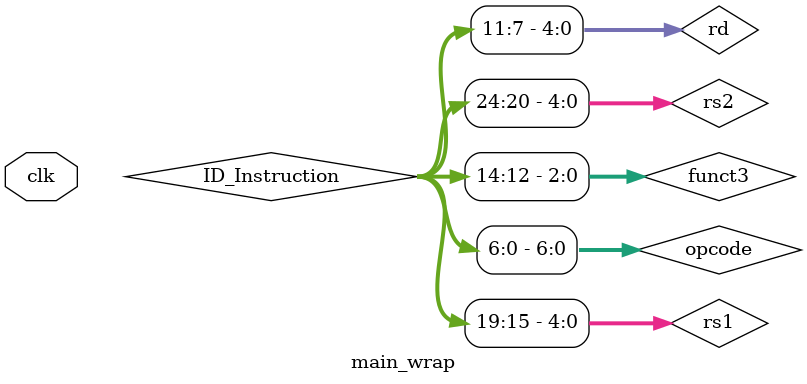
<source format=v>
`include "alu.v"
`include "control-unit.v"
`include "alu-control.v"
`include "data.v"
`include "instruction.v"
`include "register.v"
`include "immgen.v"
`include "ifid-reg.v"
`include "idex-reg.v"
`include "exmem-reg.v"
`include "memwb-reg.v"
`include "hazard-detection-unit.v"
`include "fwding-unit.v"
`include "mux.v"

module main_wrap(input clk);

    //  PC UPDATION  /././././././././././././././././././././././././././././././././././././././././././
    reg [63:0] pc_add;     // current pc value
    wire [63:0] pc_mux_out;
    wire PCWrite;
    wire [63:0] pcplus4;
    assign pcplus4 = pc_add + 64'd4;  
    initial begin
        pc_add <= 64'b0;
    end
    always @(posedge clk) begin
        if(PCWrite == 1'b1) begin
            pc_add <= pc_mux_out;  
        end
    end
    mux_2x1 pc_mux(.sel(PCsrc), .in0(pcplus4), .in1(MEM_PC), .out(pc_mux_out));
    ///////////////////////////////////////////////////////////////////////////////////////////////////////


    //  INSTRUCTION MEMORY  /./././././././././././././././././././././././././././././././././././././././
    wire [31:0] instruct;       // instruction fetched from memory
    wire IF_ID_Write;
    wire [63:0] ID_PC;
    wire [31:0] ID_Instruction;
    wire PCsrc;    
    instruction_module instruction_module_uut(   // fetches instruction from memory based on curr pc value
        .address(pc_add),
        .instruction(instruct)
    );
    IF_ID_Reg IF_ID_Reg_uut(    // IF_ID REGISTER
        .clk(clk),
        .IF_PC(pc_add),
        .IF_Instruction(instruct),
        .IF_ID_Write(IF_ID_Write),
        .ID_PC(ID_PC),
        .ID_Instruction(ID_Instruction),
        .flush(PCsrc)
    );
    ///////////////////////////////////////////////////////////////////////////////////////////////////////



    //  CONTROL UNIT  /././././././././././././././././././././././././././././././././././././././././././
    wire [2:0] funct3;
    wire [1:0] aluop;
    wire ALUsrc, MemtoReg, RegWrite, MemRead, MemWrite, Branch; // control signals
    wire [6:0] opcode;
    assign opcode = ID_Instruction[6:0];
    assign funct3 = ID_Instruction[14:12];
    assign rs1 = ID_Instruction[19:15];
    assign rs2 = ID_Instruction[24:20];
    assign rd = ID_Instruction[11:7];
    ControlUnit ControlUnit_uut(   // decodes opcode and generates control s/gs
        .opcode(opcode),
        .ALUSrc(ALUsrc),
        .MemtoReg(MemtoReg),
        .RegWrite(RegWrite),
        .MemRead(MemRead),
        .MemWrite(MemWrite),
        .Branch(Branch),
        .ALUOp(aluop)
    );
    wire ALUsrc_final, MemtoReg_final, RegWrite_final, MemRead_final, MemWrite_final, Branch_final;
    wire [1:0] aluop_final;
    wire ControlMux;
    assign ALUsrc_final = (ControlMux) ? 1'b0 : ALUsrc;
    assign MemtoReg_final = (ControlMux) ? 1'b0 : MemtoReg;
    assign RegWrite_final = (ControlMux) ? 1'b0 : RegWrite;
    assign MemRead_final = (ControlMux) ? 1'b0 : MemRead;
    assign MemWrite_final = (ControlMux) ? 1'b0 : MemWrite;
    assign Branch_final = (ControlMux) ? 1'b0 : Branch;
    assign aluop_final = (ControlMux) ? 2'b00 : aluop;
    ////////////////////////////////////////////////////////////////////////////////////////////////////////



    //  REGISTER FILE  /././././././././././././././././././././././././././././././././././././././././././
    wire [4:0] rs1, rs2, rd;    // register addresses
    wire [63:0] readdata, read1, read2, write_data, alu_result;
    registerfile registerfile_uut(  // contains registers and handles read and write
        .Read1(rs1),
        .Read2(rs2),
        .WriteReg(WB_Rd),
        .WriteData(final_write_data), 
        .RegWrite(WB_RegWrite), 
        .clk(clk),
        .Data1(read1),
        .Data2(read2)
    );
    /////////////////////////////////////////////////////////////////////////////////////////////////////////



    //  IMMEDIATE GENERATE BLOCK  /./././././././././././././././././././././././././././././././././././././
    wire [63:0] immediate;
    immGenerator immGenerator_uut(  // extracts imm from instruction and generates sign extended immediate value
        .instr(ID_Instruction),
        .immOut(immediate)
    );
    wire [63:0] EX_PC;
    wire [31:0] EX_Instruction;
    wire [63:0] EX_ReadData1, EX_ReadData2;
    wire [63:0] EX_Immediate;
    wire [4:0] EX_Rs1, EX_Rs2, EX_Rd;
    wire EX_ALUSrc;
    wire EX_MemtoReg, EX_RegWrite, EX_MemRead, EX_MemWrite, EX_Branch;
    wire [2:0] EX_func3;
    wire EX_func7;
    wire [1:0] EX_ALUOp;
    ID_EX_Reg ID_EX_Reg_uut(    // ID_EX REGISTER 
        .clk(clk),
        .ID_PC(ID_PC),
        .ID_ReadData1(read1), .ID_ReadData2(read2),
        .ID_Immediate(immediate),
        .ID_Rs1(rs1), .ID_Rs2(rs2), .ID_Rd(rd), 
        .ID_ALUSrc(ALUsrc_final),
        .ID_MemtoReg(MemtoReg_final), .ID_RegWrite(RegWrite_final),
        .ID_MemRead(MemRead_final), .ID_MemWrite(MemWrite_final),
        .ID_Branch(Branch_final), .ID_ALUOp(aluop_final),
        .func3(funct3), .func7(ID_Instruction[30]),
        .EX_PC(EX_PC),
        .EX_ReadData1(EX_ReadData1), .EX_ReadData2(EX_ReadData2),
        .EX_Immediate(EX_Immediate),
        .EX_Rs1(EX_Rs1), .EX_Rs2(EX_Rs2), .EX_Rd(EX_Rd),
        .EX_ALUSrc(EX_ALUSrc), 
        .EX_MemtoReg(EX_MemtoReg), .EX_RegWrite(EX_RegWrite),
        .EX_MemRead(EX_MemRead), .EX_MemWrite(EX_MemWrite),
        .EX_Branch(EX_Branch),
        .EX_func3(EX_func3), .EX_func7(EX_func7),
        .EX_ALUOp(EX_ALUOp),
        .flush(PCsrc)
    );
    /////////////////////////////////////////////////////////////////////////////////////////////////////////



    //  FORWARDING UNIT + ALU CONTROL + ALU  /./././././././././././././././././././././././././././././././
    wire [1:0] ForwardA, ForwardB;
    ForwardingUnit ForwardingUnit_uut(  // forwards data to ALU
        .EX_rs1(EX_Rs1),
        .EX_rs2(EX_Rs2),
        .MEM_rd(MEM_Rd), 
        .WB_rd(WB_Rd), 
        .MEM_RegWrite(MEM_RegWrite),
        .WB_RegWrite(WB_RegWrite),
        .ForwardA(ForwardA),
        .ForwardB(ForwardB)
    );
    wire [63:0] alu_source1, alu_source2;  
    wire [63:0] final_write_data, MEM_ALUResult;
    wire [63:0] buffer;
    mux_3x1 forwardA(ForwardA, EX_ReadData1, final_write_data, MEM_ALUResult, alu_source1);
    mux_3x1 forwardB(ForwardB, EX_ReadData2, final_write_data, MEM_ALUResult, buffer);
    mux_2x1 mux_bhai(EX_ALUSrc, buffer, EX_Immediate, alu_source2);
    wire [3:0] alu_control;
    alu_control_module alu_control_module_uut(  // generates ALU control s/gs
        .funct3(EX_func3),
        .funct7(EX_func7),
        .aluop(EX_ALUOp),
        .alu_code(alu_control)
    );
    wire zero, overflow;        // ALU flags
    alu alu_uut(
        .rs1(alu_source1),
        .rs2(alu_source2),
        .alu_code(alu_control),
        .result(alu_result),
        .zero(zero),
        .overflow(overflow)
    );
    wire [63:0] pc_branch;
    assign pc_branch = EX_Immediate + EX_PC;
    /////////////////////////////////////////////////////////////////////////////////////////////////////////



    //  DATA MEMORY  /./././././././././././././././././././././././././././././././././././././././././././
    wire [63:0] MEM_PC;
    wire [63:0] MEM_ReadData2;
    wire [4:0] MEM_Rd;
    wire MEM_MemtoReg;
    wire MEM_RegWrite;
    wire MEM_MemRead;
    wire MEM_MemWrite;
    wire MEM_Branch;
    wire MEM_Zero;
    EX_MEM_Reg EX_MEM_Reg_uut(      // EX_MEM REGISTER
        .clk(clk),
        .EX_PC(pc_branch),
        .EX_ALUResult(alu_result),
        .EX_ReadData2(buffer),
        .EX_Rd(EX_Rd),
        .EX_MemtoReg(EX_MemtoReg),
        .EX_RegWrite(EX_RegWrite),
        .EX_MemRead(EX_MemRead),
        .EX_MemWrite(EX_MemWrite),
        .EX_Branch(EX_Branch),
        .EX_Zero(zero),
        .MEM_PC(MEM_PC),
        .MEM_ALUResult(MEM_ALUResult),
        .MEM_ReadData2(MEM_ReadData2),
        .MEM_Rd(MEM_Rd),
        .MEM_MemtoReg(MEM_MemtoReg),
        .MEM_RegWrite(MEM_RegWrite),
        .MEM_MemRead(MEM_MemRead),
        .MEM_MemWrite(MEM_MemWrite),
        .MEM_Branch(MEM_Branch),
        .MEM_Zero(MEM_Zero)
    );
    data_mem data_mem_uut(  //handles memory read and write
        .out(readdata),
        .add(MEM_ALUResult),
        .in(MEM_ReadData2),
        .mem_wr(MEM_MemWrite),
        .mem_rd(MEM_MemRead),
        .clk(clk)
    );
    and A1(PCsrc, MEM_Branch, MEM_Zero);  // branch condition
    /////////////////////////////////////////////////////////////////////////////////////////////////////////    



    //  WRITE BACK BLOCK  /./././././././././././././././././././././././././././././././././././././././././
    wire [63:0] WB_ALUResult;
    wire [63:0] WB_ReadData;
    wire [4:0] WB_Rd;
    wire WB_MemtoReg;
    wire WB_RegWrite;   
    MEM_WB_Reg MEM_WB_Reg_uut(      // MEM_WB REGISTER
        .clk(clk),
        .MEM_ALUResult(MEM_ALUResult),
        .readdata(readdata),
        .MEM_Rd(MEM_Rd),
        .MEM_MemtoReg(MEM_MemtoReg),
        .MEM_RegWrite(MEM_RegWrite),
        .WB_ReadData(WB_ReadData),
        .WB_ALUResult(WB_ALUResult),
        .WB_Rd(WB_Rd),
        .WB_MemtoReg(WB_MemtoReg),
        .WB_RegWrite(WB_RegWrite)
    );
    mux_2x1 mux_behen(WB_MemtoReg, WB_ALUResult, WB_ReadData, final_write_data);
    /////////////////////////////////////////////////////////////////////////////////////////////////////////        



    //  HAZARD DETECTION UNIT /./././././././././././././././././././././././././././././././././././././././
    wire IF_ID_Write_inter;   
    HazardDetectionUnit HazardDetectionUnit_uut(
            .EX_MemRead(EX_MemRead),
            .EX_rd(EX_Rd),
            .ID_rs2(rs2),
            .ID_rs1(rs1),
            .PCWrite(PCWrite),
            .IF_ID_Write(IF_ID_Write_inter),
            .ControlMux(ControlMux)
    );
    wire PCsrc_not;
    not n1(PCsrc_not,PCsrc);
    and (IF_ID_Write,IF_ID_Write_inter,PCsrc_not);
    /////////////////////////////////////////////////////////////////////////////////////////////////////////        

endmodule
</source>
